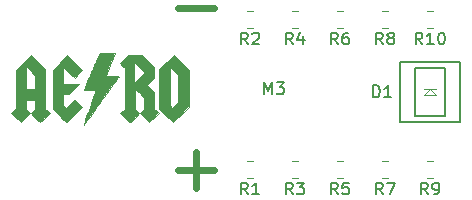
<source format=gbr>
G04 #@! TF.GenerationSoftware,KiCad,Pcbnew,(5.0.2)-1*
G04 #@! TF.CreationDate,2019-03-06T22:55:48-05:00*
G04 #@! TF.ProjectId,v2,76322e6b-6963-4616-945f-706362585858,rev?*
G04 #@! TF.SameCoordinates,Original*
G04 #@! TF.FileFunction,Legend,Top*
G04 #@! TF.FilePolarity,Positive*
%FSLAX46Y46*%
G04 Gerber Fmt 4.6, Leading zero omitted, Abs format (unit mm)*
G04 Created by KiCad (PCBNEW (5.0.2)-1) date 3/6/2019 10:55:48 PM*
%MOMM*%
%LPD*%
G01*
G04 APERTURE LIST*
%ADD10C,0.600000*%
%ADD11C,0.010000*%
%ADD12C,0.100000*%
%ADD13C,0.180000*%
%ADD14C,0.120000*%
%ADD15C,0.150000*%
G04 APERTURE END LIST*
D10*
X108204190Y-74618714D02*
X111251809Y-74618714D01*
X108204190Y-88334714D02*
X111251809Y-88334714D01*
X109728000Y-89858523D02*
X109728000Y-86810904D01*
D11*
G04 #@! TO.C,G\002A\002A\002A*
G36*
X102492149Y-79380813D02*
X102132940Y-80360427D01*
X102676576Y-80360427D01*
X102881642Y-80360846D01*
X103025832Y-80362861D01*
X103118241Y-80367611D01*
X103167965Y-80376234D01*
X103184100Y-80389869D01*
X103175739Y-80409654D01*
X103165711Y-80421653D01*
X103137708Y-80458473D01*
X103072995Y-80546537D01*
X102975622Y-80680215D01*
X102849640Y-80853877D01*
X102699100Y-81061893D01*
X102528052Y-81298633D01*
X102340547Y-81558466D01*
X102140636Y-81835763D01*
X101932370Y-82124893D01*
X101719800Y-82420227D01*
X101506975Y-82716134D01*
X101297947Y-83006985D01*
X101096767Y-83287148D01*
X100907485Y-83550995D01*
X100734153Y-83792895D01*
X100580819Y-84007217D01*
X100451537Y-84188333D01*
X100350355Y-84330611D01*
X100281326Y-84428422D01*
X100248499Y-84476136D01*
X100247780Y-84477265D01*
X100250543Y-84458674D01*
X100274309Y-84380209D01*
X100317011Y-84248056D01*
X100376583Y-84068402D01*
X100450959Y-83847431D01*
X100538072Y-83591332D01*
X100635855Y-83306288D01*
X100728841Y-83037142D01*
X100835724Y-82728551D01*
X100935231Y-82440885D01*
X101025085Y-82180757D01*
X101103006Y-81954778D01*
X101166718Y-81769560D01*
X101213942Y-81631716D01*
X101242401Y-81547858D01*
X101250138Y-81523987D01*
X101217177Y-81520836D01*
X101126394Y-81518166D01*
X100989941Y-81516186D01*
X100819966Y-81515108D01*
X100730214Y-81514973D01*
X100210291Y-81514973D01*
X100601051Y-80631570D01*
X100724594Y-80352003D01*
X100857933Y-80049805D01*
X100992710Y-79743947D01*
X101120569Y-79453400D01*
X101233154Y-79197135D01*
X101286848Y-79074683D01*
X101581883Y-78401199D01*
X102851357Y-78401199D01*
X102492149Y-79380813D01*
X102492149Y-79380813D01*
G37*
X102492149Y-79380813D02*
X102132940Y-80360427D01*
X102676576Y-80360427D01*
X102881642Y-80360846D01*
X103025832Y-80362861D01*
X103118241Y-80367611D01*
X103167965Y-80376234D01*
X103184100Y-80389869D01*
X103175739Y-80409654D01*
X103165711Y-80421653D01*
X103137708Y-80458473D01*
X103072995Y-80546537D01*
X102975622Y-80680215D01*
X102849640Y-80853877D01*
X102699100Y-81061893D01*
X102528052Y-81298633D01*
X102340547Y-81558466D01*
X102140636Y-81835763D01*
X101932370Y-82124893D01*
X101719800Y-82420227D01*
X101506975Y-82716134D01*
X101297947Y-83006985D01*
X101096767Y-83287148D01*
X100907485Y-83550995D01*
X100734153Y-83792895D01*
X100580819Y-84007217D01*
X100451537Y-84188333D01*
X100350355Y-84330611D01*
X100281326Y-84428422D01*
X100248499Y-84476136D01*
X100247780Y-84477265D01*
X100250543Y-84458674D01*
X100274309Y-84380209D01*
X100317011Y-84248056D01*
X100376583Y-84068402D01*
X100450959Y-83847431D01*
X100538072Y-83591332D01*
X100635855Y-83306288D01*
X100728841Y-83037142D01*
X100835724Y-82728551D01*
X100935231Y-82440885D01*
X101025085Y-82180757D01*
X101103006Y-81954778D01*
X101166718Y-81769560D01*
X101213942Y-81631716D01*
X101242401Y-81547858D01*
X101250138Y-81523987D01*
X101217177Y-81520836D01*
X101126394Y-81518166D01*
X100989941Y-81516186D01*
X100819966Y-81515108D01*
X100730214Y-81514973D01*
X100210291Y-81514973D01*
X100601051Y-80631570D01*
X100724594Y-80352003D01*
X100857933Y-80049805D01*
X100992710Y-79743947D01*
X101120569Y-79453400D01*
X101233154Y-79197135D01*
X101286848Y-79074683D01*
X101581883Y-78401199D01*
X102851357Y-78401199D01*
X102492149Y-79380813D01*
G36*
X96378661Y-79179988D02*
X96981818Y-79783884D01*
X96981818Y-83104646D01*
X97164802Y-83289931D01*
X97347786Y-83475217D01*
X96945759Y-83877243D01*
X96543733Y-84279270D01*
X96142654Y-83877050D01*
X95741576Y-83474830D01*
X96107162Y-83104646D01*
X96107162Y-82389628D01*
X95337465Y-82389628D01*
X95337465Y-83104646D01*
X95520449Y-83289931D01*
X95703433Y-83475217D01*
X94899380Y-84279270D01*
X94097224Y-83474830D01*
X94280016Y-83289738D01*
X94462810Y-83104646D01*
X94462810Y-81479986D01*
X95337465Y-81479986D01*
X96107162Y-81479986D01*
X96107162Y-80340990D01*
X95724087Y-79939620D01*
X95341011Y-79538251D01*
X95339238Y-80509119D01*
X95337465Y-81479986D01*
X94462810Y-81479986D01*
X94462810Y-79887422D01*
X95119157Y-79231757D01*
X95775505Y-78576091D01*
X96378661Y-79179988D01*
X96378661Y-79179988D01*
G37*
X96378661Y-79179988D02*
X96981818Y-79783884D01*
X96981818Y-83104646D01*
X97164802Y-83289931D01*
X97347786Y-83475217D01*
X96945759Y-83877243D01*
X96543733Y-84279270D01*
X96142654Y-83877050D01*
X95741576Y-83474830D01*
X96107162Y-83104646D01*
X96107162Y-82389628D01*
X95337465Y-82389628D01*
X95337465Y-83104646D01*
X95520449Y-83289931D01*
X95703433Y-83475217D01*
X94899380Y-84279270D01*
X94097224Y-83474830D01*
X94280016Y-83289738D01*
X94462810Y-83104646D01*
X94462810Y-81479986D01*
X95337465Y-81479986D01*
X96107162Y-81479986D01*
X96107162Y-80340990D01*
X95724087Y-79939620D01*
X95341011Y-79538251D01*
X95339238Y-80509119D01*
X95337465Y-81479986D01*
X94462810Y-81479986D01*
X94462810Y-79887422D01*
X95119157Y-79231757D01*
X95775505Y-78576091D01*
X96378661Y-79179988D01*
G36*
X99473136Y-79230679D02*
X100112039Y-79870283D01*
X99780765Y-80202940D01*
X99449492Y-80535597D01*
X98967859Y-80054886D01*
X98486226Y-79574174D01*
X98486226Y-81028091D01*
X99150537Y-81017882D01*
X99814849Y-81007672D01*
X99387219Y-81436254D01*
X98959590Y-81864835D01*
X98486226Y-81864835D01*
X98486226Y-82875874D01*
X98610933Y-82970994D01*
X98735641Y-83066113D01*
X99092411Y-82710558D01*
X99449180Y-82355002D01*
X99764803Y-82670625D01*
X100080425Y-82986248D01*
X99430845Y-83632566D01*
X99256340Y-83805587D01*
X99098292Y-83961125D01*
X98963385Y-84092697D01*
X98858304Y-84193821D01*
X98789732Y-84258012D01*
X98764546Y-84278884D01*
X98736135Y-84255205D01*
X98665585Y-84188800D01*
X98560039Y-84086616D01*
X98426639Y-83955602D01*
X98272526Y-83802704D01*
X98179699Y-83709972D01*
X97611570Y-83141060D01*
X97611570Y-79820604D01*
X98222902Y-79205840D01*
X98834234Y-78591075D01*
X99473136Y-79230679D01*
X99473136Y-79230679D01*
G37*
X99473136Y-79230679D02*
X100112039Y-79870283D01*
X99780765Y-80202940D01*
X99449492Y-80535597D01*
X98967859Y-80054886D01*
X98486226Y-79574174D01*
X98486226Y-81028091D01*
X99150537Y-81017882D01*
X99814849Y-81007672D01*
X99387219Y-81436254D01*
X98959590Y-81864835D01*
X98486226Y-81864835D01*
X98486226Y-82875874D01*
X98610933Y-82970994D01*
X98735641Y-83066113D01*
X99092411Y-82710558D01*
X99449180Y-82355002D01*
X99764803Y-82670625D01*
X100080425Y-82986248D01*
X99430845Y-83632566D01*
X99256340Y-83805587D01*
X99098292Y-83961125D01*
X98963385Y-84092697D01*
X98858304Y-84193821D01*
X98789732Y-84258012D01*
X98764546Y-84278884D01*
X98736135Y-84255205D01*
X98665585Y-84188800D01*
X98560039Y-84086616D01*
X98426639Y-83955602D01*
X98272526Y-83802704D01*
X98179699Y-83709972D01*
X97611570Y-83141060D01*
X97611570Y-79820604D01*
X98222902Y-79205840D01*
X98834234Y-78591075D01*
X99473136Y-79230679D01*
G36*
X105685094Y-79075121D02*
X106183195Y-79574113D01*
X106183195Y-80481495D01*
X105572357Y-81095177D01*
X105895269Y-81419437D01*
X106218182Y-81743698D01*
X106218182Y-83104646D01*
X106401166Y-83289931D01*
X106584149Y-83475217D01*
X105780096Y-84279270D01*
X104995312Y-83491694D01*
X105167904Y-83299270D01*
X105340497Y-83106846D01*
X105342011Y-82651428D01*
X105343526Y-82196011D01*
X104958678Y-81812356D01*
X104573829Y-81428700D01*
X104573829Y-83144463D01*
X104749146Y-83317144D01*
X104924464Y-83489825D01*
X104531053Y-83884355D01*
X104396179Y-84018260D01*
X104278343Y-84132693D01*
X104186396Y-84219262D01*
X104129184Y-84269577D01*
X104115023Y-84278884D01*
X104084378Y-84254858D01*
X104014426Y-84188504D01*
X103913856Y-84088412D01*
X103791358Y-83963171D01*
X103709510Y-83878024D01*
X103326618Y-83477164D01*
X103512896Y-83293200D01*
X103699173Y-83109236D01*
X103699173Y-80972343D01*
X104503857Y-80972343D01*
X104949759Y-80526440D01*
X105395662Y-80080537D01*
X104503857Y-79188732D01*
X104503857Y-80972343D01*
X103699173Y-80972343D01*
X103699173Y-79680225D01*
X103498879Y-79477818D01*
X103298585Y-79275412D01*
X103646914Y-78925771D01*
X103995244Y-78576130D01*
X105186993Y-78576130D01*
X105685094Y-79075121D01*
X105685094Y-79075121D01*
G37*
X105685094Y-79075121D02*
X106183195Y-79574113D01*
X106183195Y-80481495D01*
X105572357Y-81095177D01*
X105895269Y-81419437D01*
X106218182Y-81743698D01*
X106218182Y-83104646D01*
X106401166Y-83289931D01*
X106584149Y-83475217D01*
X105780096Y-84279270D01*
X104995312Y-83491694D01*
X105167904Y-83299270D01*
X105340497Y-83106846D01*
X105342011Y-82651428D01*
X105343526Y-82196011D01*
X104958678Y-81812356D01*
X104573829Y-81428700D01*
X104573829Y-83144463D01*
X104749146Y-83317144D01*
X104924464Y-83489825D01*
X104531053Y-83884355D01*
X104396179Y-84018260D01*
X104278343Y-84132693D01*
X104186396Y-84219262D01*
X104129184Y-84269577D01*
X104115023Y-84278884D01*
X104084378Y-84254858D01*
X104014426Y-84188504D01*
X103913856Y-84088412D01*
X103791358Y-83963171D01*
X103709510Y-83878024D01*
X103326618Y-83477164D01*
X103512896Y-83293200D01*
X103699173Y-83109236D01*
X103699173Y-80972343D01*
X104503857Y-80972343D01*
X104949759Y-80526440D01*
X105395662Y-80080537D01*
X104503857Y-79188732D01*
X104503857Y-80972343D01*
X103699173Y-80972343D01*
X103699173Y-79680225D01*
X103498879Y-79477818D01*
X103298585Y-79275412D01*
X103646914Y-78925771D01*
X103995244Y-78576130D01*
X105186993Y-78576130D01*
X105685094Y-79075121D01*
G36*
X108492292Y-79188394D02*
X109122038Y-79817412D01*
X109122038Y-82967592D01*
X107809332Y-84278934D01*
X106638016Y-83106096D01*
X106638016Y-82823625D01*
X107512672Y-82823625D01*
X107624987Y-82939504D01*
X107737301Y-83055384D01*
X107974849Y-82819656D01*
X108212397Y-82583929D01*
X108212397Y-80236663D01*
X107862534Y-79888113D01*
X107512672Y-79539564D01*
X107512672Y-82823625D01*
X106638016Y-82823625D01*
X106638016Y-79782405D01*
X107250281Y-79170890D01*
X107862545Y-78559376D01*
X108492292Y-79188394D01*
X108492292Y-79188394D01*
G37*
X108492292Y-79188394D02*
X109122038Y-79817412D01*
X109122038Y-82967592D01*
X107809332Y-84278934D01*
X106638016Y-83106096D01*
X106638016Y-82823625D01*
X107512672Y-82823625D01*
X107624987Y-82939504D01*
X107737301Y-83055384D01*
X107974849Y-82819656D01*
X108212397Y-82583929D01*
X108212397Y-80236663D01*
X107862534Y-79888113D01*
X107512672Y-79539564D01*
X107512672Y-82823625D01*
X106638016Y-82823625D01*
X106638016Y-79782405D01*
X107250281Y-79170890D01*
X107862545Y-78559376D01*
X108492292Y-79188394D01*
D12*
G04 #@! TO.C,D1*
X129040000Y-81945000D02*
X129540000Y-81445000D01*
X130040000Y-81945000D02*
X129040000Y-81945000D01*
X129540000Y-81445000D02*
X130040000Y-81945000D01*
X130040000Y-81445000D02*
X129040000Y-81445000D01*
D13*
X128290000Y-79695000D02*
X130790000Y-79695000D01*
X128290000Y-83695000D02*
X128290000Y-79695000D01*
X130790000Y-83695000D02*
X128290000Y-83695000D01*
X130790000Y-79695000D02*
X130790000Y-83695000D01*
X127000000Y-79155000D02*
X132080000Y-79155000D01*
X127000000Y-84235000D02*
X127000000Y-79155000D01*
X132080000Y-84235000D02*
X127000000Y-84235000D01*
X132080000Y-79155000D02*
X132080000Y-84235000D01*
D14*
G04 #@! TO.C,R1*
X114558578Y-88975000D02*
X114041422Y-88975000D01*
X114558578Y-87555000D02*
X114041422Y-87555000D01*
G04 #@! TO.C,R2*
X114558578Y-74855000D02*
X114041422Y-74855000D01*
X114558578Y-76275000D02*
X114041422Y-76275000D01*
G04 #@! TO.C,R3*
X118368578Y-87555000D02*
X117851422Y-87555000D01*
X118368578Y-88975000D02*
X117851422Y-88975000D01*
G04 #@! TO.C,R4*
X118368578Y-76275000D02*
X117851422Y-76275000D01*
X118368578Y-74855000D02*
X117851422Y-74855000D01*
G04 #@! TO.C,R5*
X122178578Y-88975000D02*
X121661422Y-88975000D01*
X122178578Y-87555000D02*
X121661422Y-87555000D01*
G04 #@! TO.C,R6*
X122178578Y-74855000D02*
X121661422Y-74855000D01*
X122178578Y-76275000D02*
X121661422Y-76275000D01*
G04 #@! TO.C,R7*
X125988578Y-87555000D02*
X125471422Y-87555000D01*
X125988578Y-88975000D02*
X125471422Y-88975000D01*
G04 #@! TO.C,R8*
X125988578Y-76275000D02*
X125471422Y-76275000D01*
X125988578Y-74855000D02*
X125471422Y-74855000D01*
G04 #@! TO.C,R9*
X129798578Y-88975000D02*
X129281422Y-88975000D01*
X129798578Y-87555000D02*
X129281422Y-87555000D01*
G04 #@! TO.C,R10*
X129798578Y-74855000D02*
X129281422Y-74855000D01*
X129798578Y-76275000D02*
X129281422Y-76275000D01*
G04 #@! TO.C,D1*
D15*
X124737904Y-82147380D02*
X124737904Y-81147380D01*
X124976000Y-81147380D01*
X125118857Y-81195000D01*
X125214095Y-81290238D01*
X125261714Y-81385476D01*
X125309333Y-81575952D01*
X125309333Y-81718809D01*
X125261714Y-81909285D01*
X125214095Y-82004523D01*
X125118857Y-82099761D01*
X124976000Y-82147380D01*
X124737904Y-82147380D01*
X126261714Y-82147380D02*
X125690285Y-82147380D01*
X125976000Y-82147380D02*
X125976000Y-81147380D01*
X125880761Y-81290238D01*
X125785523Y-81385476D01*
X125690285Y-81433095D01*
G04 #@! TO.C,R1*
X114133333Y-90367380D02*
X113800000Y-89891190D01*
X113561904Y-90367380D02*
X113561904Y-89367380D01*
X113942857Y-89367380D01*
X114038095Y-89415000D01*
X114085714Y-89462619D01*
X114133333Y-89557857D01*
X114133333Y-89700714D01*
X114085714Y-89795952D01*
X114038095Y-89843571D01*
X113942857Y-89891190D01*
X113561904Y-89891190D01*
X115085714Y-90367380D02*
X114514285Y-90367380D01*
X114800000Y-90367380D02*
X114800000Y-89367380D01*
X114704761Y-89510238D01*
X114609523Y-89605476D01*
X114514285Y-89653095D01*
G04 #@! TO.C,R2*
X114133333Y-77667380D02*
X113800000Y-77191190D01*
X113561904Y-77667380D02*
X113561904Y-76667380D01*
X113942857Y-76667380D01*
X114038095Y-76715000D01*
X114085714Y-76762619D01*
X114133333Y-76857857D01*
X114133333Y-77000714D01*
X114085714Y-77095952D01*
X114038095Y-77143571D01*
X113942857Y-77191190D01*
X113561904Y-77191190D01*
X114514285Y-76762619D02*
X114561904Y-76715000D01*
X114657142Y-76667380D01*
X114895238Y-76667380D01*
X114990476Y-76715000D01*
X115038095Y-76762619D01*
X115085714Y-76857857D01*
X115085714Y-76953095D01*
X115038095Y-77095952D01*
X114466666Y-77667380D01*
X115085714Y-77667380D01*
G04 #@! TO.C,R3*
X117943333Y-90367380D02*
X117610000Y-89891190D01*
X117371904Y-90367380D02*
X117371904Y-89367380D01*
X117752857Y-89367380D01*
X117848095Y-89415000D01*
X117895714Y-89462619D01*
X117943333Y-89557857D01*
X117943333Y-89700714D01*
X117895714Y-89795952D01*
X117848095Y-89843571D01*
X117752857Y-89891190D01*
X117371904Y-89891190D01*
X118276666Y-89367380D02*
X118895714Y-89367380D01*
X118562380Y-89748333D01*
X118705238Y-89748333D01*
X118800476Y-89795952D01*
X118848095Y-89843571D01*
X118895714Y-89938809D01*
X118895714Y-90176904D01*
X118848095Y-90272142D01*
X118800476Y-90319761D01*
X118705238Y-90367380D01*
X118419523Y-90367380D01*
X118324285Y-90319761D01*
X118276666Y-90272142D01*
G04 #@! TO.C,R4*
X117943333Y-77667380D02*
X117610000Y-77191190D01*
X117371904Y-77667380D02*
X117371904Y-76667380D01*
X117752857Y-76667380D01*
X117848095Y-76715000D01*
X117895714Y-76762619D01*
X117943333Y-76857857D01*
X117943333Y-77000714D01*
X117895714Y-77095952D01*
X117848095Y-77143571D01*
X117752857Y-77191190D01*
X117371904Y-77191190D01*
X118800476Y-77000714D02*
X118800476Y-77667380D01*
X118562380Y-76619761D02*
X118324285Y-77334047D01*
X118943333Y-77334047D01*
G04 #@! TO.C,R5*
X121753333Y-90367380D02*
X121420000Y-89891190D01*
X121181904Y-90367380D02*
X121181904Y-89367380D01*
X121562857Y-89367380D01*
X121658095Y-89415000D01*
X121705714Y-89462619D01*
X121753333Y-89557857D01*
X121753333Y-89700714D01*
X121705714Y-89795952D01*
X121658095Y-89843571D01*
X121562857Y-89891190D01*
X121181904Y-89891190D01*
X122658095Y-89367380D02*
X122181904Y-89367380D01*
X122134285Y-89843571D01*
X122181904Y-89795952D01*
X122277142Y-89748333D01*
X122515238Y-89748333D01*
X122610476Y-89795952D01*
X122658095Y-89843571D01*
X122705714Y-89938809D01*
X122705714Y-90176904D01*
X122658095Y-90272142D01*
X122610476Y-90319761D01*
X122515238Y-90367380D01*
X122277142Y-90367380D01*
X122181904Y-90319761D01*
X122134285Y-90272142D01*
G04 #@! TO.C,R6*
X121753333Y-77667380D02*
X121420000Y-77191190D01*
X121181904Y-77667380D02*
X121181904Y-76667380D01*
X121562857Y-76667380D01*
X121658095Y-76715000D01*
X121705714Y-76762619D01*
X121753333Y-76857857D01*
X121753333Y-77000714D01*
X121705714Y-77095952D01*
X121658095Y-77143571D01*
X121562857Y-77191190D01*
X121181904Y-77191190D01*
X122610476Y-76667380D02*
X122420000Y-76667380D01*
X122324761Y-76715000D01*
X122277142Y-76762619D01*
X122181904Y-76905476D01*
X122134285Y-77095952D01*
X122134285Y-77476904D01*
X122181904Y-77572142D01*
X122229523Y-77619761D01*
X122324761Y-77667380D01*
X122515238Y-77667380D01*
X122610476Y-77619761D01*
X122658095Y-77572142D01*
X122705714Y-77476904D01*
X122705714Y-77238809D01*
X122658095Y-77143571D01*
X122610476Y-77095952D01*
X122515238Y-77048333D01*
X122324761Y-77048333D01*
X122229523Y-77095952D01*
X122181904Y-77143571D01*
X122134285Y-77238809D01*
G04 #@! TO.C,R7*
X125563333Y-90367380D02*
X125230000Y-89891190D01*
X124991904Y-90367380D02*
X124991904Y-89367380D01*
X125372857Y-89367380D01*
X125468095Y-89415000D01*
X125515714Y-89462619D01*
X125563333Y-89557857D01*
X125563333Y-89700714D01*
X125515714Y-89795952D01*
X125468095Y-89843571D01*
X125372857Y-89891190D01*
X124991904Y-89891190D01*
X125896666Y-89367380D02*
X126563333Y-89367380D01*
X126134761Y-90367380D01*
G04 #@! TO.C,R8*
X125563333Y-77667380D02*
X125230000Y-77191190D01*
X124991904Y-77667380D02*
X124991904Y-76667380D01*
X125372857Y-76667380D01*
X125468095Y-76715000D01*
X125515714Y-76762619D01*
X125563333Y-76857857D01*
X125563333Y-77000714D01*
X125515714Y-77095952D01*
X125468095Y-77143571D01*
X125372857Y-77191190D01*
X124991904Y-77191190D01*
X126134761Y-77095952D02*
X126039523Y-77048333D01*
X125991904Y-77000714D01*
X125944285Y-76905476D01*
X125944285Y-76857857D01*
X125991904Y-76762619D01*
X126039523Y-76715000D01*
X126134761Y-76667380D01*
X126325238Y-76667380D01*
X126420476Y-76715000D01*
X126468095Y-76762619D01*
X126515714Y-76857857D01*
X126515714Y-76905476D01*
X126468095Y-77000714D01*
X126420476Y-77048333D01*
X126325238Y-77095952D01*
X126134761Y-77095952D01*
X126039523Y-77143571D01*
X125991904Y-77191190D01*
X125944285Y-77286428D01*
X125944285Y-77476904D01*
X125991904Y-77572142D01*
X126039523Y-77619761D01*
X126134761Y-77667380D01*
X126325238Y-77667380D01*
X126420476Y-77619761D01*
X126468095Y-77572142D01*
X126515714Y-77476904D01*
X126515714Y-77286428D01*
X126468095Y-77191190D01*
X126420476Y-77143571D01*
X126325238Y-77095952D01*
G04 #@! TO.C,R9*
X129373333Y-90367380D02*
X129040000Y-89891190D01*
X128801904Y-90367380D02*
X128801904Y-89367380D01*
X129182857Y-89367380D01*
X129278095Y-89415000D01*
X129325714Y-89462619D01*
X129373333Y-89557857D01*
X129373333Y-89700714D01*
X129325714Y-89795952D01*
X129278095Y-89843571D01*
X129182857Y-89891190D01*
X128801904Y-89891190D01*
X129849523Y-90367380D02*
X130040000Y-90367380D01*
X130135238Y-90319761D01*
X130182857Y-90272142D01*
X130278095Y-90129285D01*
X130325714Y-89938809D01*
X130325714Y-89557857D01*
X130278095Y-89462619D01*
X130230476Y-89415000D01*
X130135238Y-89367380D01*
X129944761Y-89367380D01*
X129849523Y-89415000D01*
X129801904Y-89462619D01*
X129754285Y-89557857D01*
X129754285Y-89795952D01*
X129801904Y-89891190D01*
X129849523Y-89938809D01*
X129944761Y-89986428D01*
X130135238Y-89986428D01*
X130230476Y-89938809D01*
X130278095Y-89891190D01*
X130325714Y-89795952D01*
G04 #@! TO.C,R10*
X128897142Y-77667380D02*
X128563809Y-77191190D01*
X128325714Y-77667380D02*
X128325714Y-76667380D01*
X128706666Y-76667380D01*
X128801904Y-76715000D01*
X128849523Y-76762619D01*
X128897142Y-76857857D01*
X128897142Y-77000714D01*
X128849523Y-77095952D01*
X128801904Y-77143571D01*
X128706666Y-77191190D01*
X128325714Y-77191190D01*
X129849523Y-77667380D02*
X129278095Y-77667380D01*
X129563809Y-77667380D02*
X129563809Y-76667380D01*
X129468571Y-76810238D01*
X129373333Y-76905476D01*
X129278095Y-76953095D01*
X130468571Y-76667380D02*
X130563809Y-76667380D01*
X130659047Y-76715000D01*
X130706666Y-76762619D01*
X130754285Y-76857857D01*
X130801904Y-77048333D01*
X130801904Y-77286428D01*
X130754285Y-77476904D01*
X130706666Y-77572142D01*
X130659047Y-77619761D01*
X130563809Y-77667380D01*
X130468571Y-77667380D01*
X130373333Y-77619761D01*
X130325714Y-77572142D01*
X130278095Y-77476904D01*
X130230476Y-77286428D01*
X130230476Y-77048333D01*
X130278095Y-76857857D01*
X130325714Y-76762619D01*
X130373333Y-76715000D01*
X130468571Y-76667380D01*
G04 #@! TO.C,M3*
X115522476Y-81897380D02*
X115522476Y-80897380D01*
X115855809Y-81611666D01*
X116189142Y-80897380D01*
X116189142Y-81897380D01*
X116570095Y-80897380D02*
X117189142Y-80897380D01*
X116855809Y-81278333D01*
X116998666Y-81278333D01*
X117093904Y-81325952D01*
X117141523Y-81373571D01*
X117189142Y-81468809D01*
X117189142Y-81706904D01*
X117141523Y-81802142D01*
X117093904Y-81849761D01*
X116998666Y-81897380D01*
X116712952Y-81897380D01*
X116617714Y-81849761D01*
X116570095Y-81802142D01*
G04 #@! TD*
M02*

</source>
